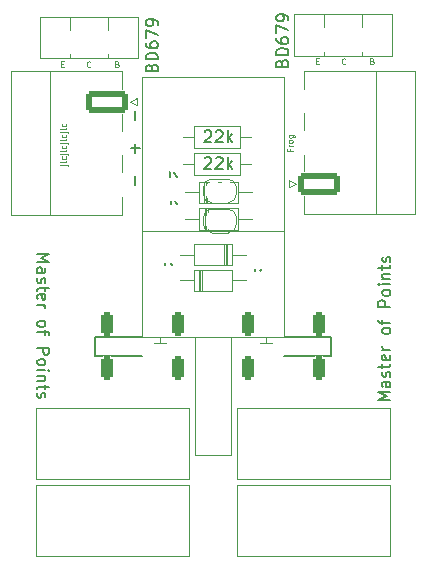
<source format=gbr>
%TF.GenerationSoftware,KiCad,Pcbnew,8.0.8*%
%TF.CreationDate,2025-01-30T22:26:20+01:00*%
%TF.ProjectId,pointMotor,706f696e-744d-46f7-946f-722e6b696361,rev?*%
%TF.SameCoordinates,Original*%
%TF.FileFunction,Legend,Top*%
%TF.FilePolarity,Positive*%
%FSLAX46Y46*%
G04 Gerber Fmt 4.6, Leading zero omitted, Abs format (unit mm)*
G04 Created by KiCad (PCBNEW 8.0.8) date 2025-01-30 22:26:20*
%MOMM*%
%LPD*%
G01*
G04 APERTURE LIST*
G04 Aperture macros list*
%AMRoundRect*
0 Rectangle with rounded corners*
0 $1 Rounding radius*
0 $2 $3 $4 $5 $6 $7 $8 $9 X,Y pos of 4 corners*
0 Add a 4 corners polygon primitive as box body*
4,1,4,$2,$3,$4,$5,$6,$7,$8,$9,$2,$3,0*
0 Add four circle primitives for the rounded corners*
1,1,$1+$1,$2,$3*
1,1,$1+$1,$4,$5*
1,1,$1+$1,$6,$7*
1,1,$1+$1,$8,$9*
0 Add four rect primitives between the rounded corners*
20,1,$1+$1,$2,$3,$4,$5,0*
20,1,$1+$1,$4,$5,$6,$7,0*
20,1,$1+$1,$6,$7,$8,$9,0*
20,1,$1+$1,$8,$9,$2,$3,0*%
%AMFreePoly0*
4,1,19,0.500000,-0.750000,0.000000,-0.750000,0.000000,-0.744911,-0.071157,-0.744911,-0.207708,-0.704816,-0.327430,-0.627875,-0.420627,-0.520320,-0.479746,-0.390866,-0.500000,-0.250000,-0.500000,0.250000,-0.479746,0.390866,-0.420627,0.520320,-0.327430,0.627875,-0.207708,0.704816,-0.071157,0.744911,0.000000,0.744911,0.000000,0.750000,0.500000,0.750000,0.500000,-0.750000,0.500000,-0.750000,
$1*%
%AMFreePoly1*
4,1,19,0.000000,0.744911,0.071157,0.744911,0.207708,0.704816,0.327430,0.627875,0.420627,0.520320,0.479746,0.390866,0.500000,0.250000,0.500000,-0.250000,0.479746,-0.390866,0.420627,-0.520320,0.327430,-0.627875,0.207708,-0.704816,0.071157,-0.744911,0.000000,-0.744911,0.000000,-0.750000,-0.500000,-0.750000,-0.500000,0.750000,0.000000,0.750000,0.000000,0.744911,0.000000,0.744911,
$1*%
G04 Aperture macros list end*
%ADD10C,0.075000*%
%ADD11C,0.150000*%
%ADD12C,0.120000*%
%ADD13C,0.100000*%
%ADD14RoundRect,0.250000X-1.550000X0.650000X-1.550000X-0.650000X1.550000X-0.650000X1.550000X0.650000X0*%
%ADD15O,3.600000X1.800000*%
%ADD16FreePoly0,180.000000*%
%ADD17FreePoly1,180.000000*%
%ADD18RoundRect,0.250000X1.550000X-0.650000X1.550000X0.650000X-1.550000X0.650000X-1.550000X-0.650000X0*%
%ADD19R,1.500000X1.500000*%
%ADD20O,1.500000X1.500000*%
%ADD21R,1.710000X1.800000*%
%ADD22O,1.710000X1.800000*%
%ADD23R,2.000000X4.000000*%
%ADD24RoundRect,0.250000X-0.250000X-0.750000X0.250000X-0.750000X0.250000X0.750000X-0.250000X0.750000X0*%
%ADD25C,3.200000*%
%ADD26C,1.524000*%
%ADD27C,1.400000*%
%ADD28O,1.400000X1.400000*%
G04 APERTURE END LIST*
D10*
X103233576Y-84413610D02*
X103662147Y-84413610D01*
X103662147Y-84413610D02*
X103709766Y-84437419D01*
X103709766Y-84437419D02*
X103733576Y-84485038D01*
X103733576Y-84485038D02*
X103733576Y-84508848D01*
X103066909Y-84413610D02*
X103090719Y-84437419D01*
X103090719Y-84437419D02*
X103114528Y-84413610D01*
X103114528Y-84413610D02*
X103090719Y-84389800D01*
X103090719Y-84389800D02*
X103066909Y-84413610D01*
X103066909Y-84413610D02*
X103114528Y-84413610D01*
X103566909Y-84104086D02*
X103543100Y-84151705D01*
X103543100Y-84151705D02*
X103495480Y-84175515D01*
X103495480Y-84175515D02*
X103066909Y-84175515D01*
X103543100Y-83699324D02*
X103566909Y-83746943D01*
X103566909Y-83746943D02*
X103566909Y-83842181D01*
X103566909Y-83842181D02*
X103543100Y-83889800D01*
X103543100Y-83889800D02*
X103519290Y-83913610D01*
X103519290Y-83913610D02*
X103471671Y-83937419D01*
X103471671Y-83937419D02*
X103328814Y-83937419D01*
X103328814Y-83937419D02*
X103281195Y-83913610D01*
X103281195Y-83913610D02*
X103257385Y-83889800D01*
X103257385Y-83889800D02*
X103233576Y-83842181D01*
X103233576Y-83842181D02*
X103233576Y-83746943D01*
X103233576Y-83746943D02*
X103257385Y-83699324D01*
X103233576Y-83485039D02*
X103662147Y-83485039D01*
X103662147Y-83485039D02*
X103709766Y-83508848D01*
X103709766Y-83508848D02*
X103733576Y-83556467D01*
X103733576Y-83556467D02*
X103733576Y-83580277D01*
X103066909Y-83485039D02*
X103090719Y-83508848D01*
X103090719Y-83508848D02*
X103114528Y-83485039D01*
X103114528Y-83485039D02*
X103090719Y-83461229D01*
X103090719Y-83461229D02*
X103066909Y-83485039D01*
X103066909Y-83485039D02*
X103114528Y-83485039D01*
X103566909Y-83175515D02*
X103543100Y-83223134D01*
X103543100Y-83223134D02*
X103495480Y-83246944D01*
X103495480Y-83246944D02*
X103066909Y-83246944D01*
X103543100Y-82770753D02*
X103566909Y-82818372D01*
X103566909Y-82818372D02*
X103566909Y-82913610D01*
X103566909Y-82913610D02*
X103543100Y-82961229D01*
X103543100Y-82961229D02*
X103519290Y-82985039D01*
X103519290Y-82985039D02*
X103471671Y-83008848D01*
X103471671Y-83008848D02*
X103328814Y-83008848D01*
X103328814Y-83008848D02*
X103281195Y-82985039D01*
X103281195Y-82985039D02*
X103257385Y-82961229D01*
X103257385Y-82961229D02*
X103233576Y-82913610D01*
X103233576Y-82913610D02*
X103233576Y-82818372D01*
X103233576Y-82818372D02*
X103257385Y-82770753D01*
X103233576Y-82556468D02*
X103662147Y-82556468D01*
X103662147Y-82556468D02*
X103709766Y-82580277D01*
X103709766Y-82580277D02*
X103733576Y-82627896D01*
X103733576Y-82627896D02*
X103733576Y-82651706D01*
X103066909Y-82556468D02*
X103090719Y-82580277D01*
X103090719Y-82580277D02*
X103114528Y-82556468D01*
X103114528Y-82556468D02*
X103090719Y-82532658D01*
X103090719Y-82532658D02*
X103066909Y-82556468D01*
X103066909Y-82556468D02*
X103114528Y-82556468D01*
X103566909Y-82246944D02*
X103543100Y-82294563D01*
X103543100Y-82294563D02*
X103495480Y-82318373D01*
X103495480Y-82318373D02*
X103066909Y-82318373D01*
X103543100Y-81842182D02*
X103566909Y-81889801D01*
X103566909Y-81889801D02*
X103566909Y-81985039D01*
X103566909Y-81985039D02*
X103543100Y-82032658D01*
X103543100Y-82032658D02*
X103519290Y-82056468D01*
X103519290Y-82056468D02*
X103471671Y-82080277D01*
X103471671Y-82080277D02*
X103328814Y-82080277D01*
X103328814Y-82080277D02*
X103281195Y-82056468D01*
X103281195Y-82056468D02*
X103257385Y-82032658D01*
X103257385Y-82032658D02*
X103233576Y-81985039D01*
X103233576Y-81985039D02*
X103233576Y-81889801D01*
X103233576Y-81889801D02*
X103257385Y-81842182D01*
X103233576Y-81627897D02*
X103662147Y-81627897D01*
X103662147Y-81627897D02*
X103709766Y-81651706D01*
X103709766Y-81651706D02*
X103733576Y-81699325D01*
X103733576Y-81699325D02*
X103733576Y-81723135D01*
X103066909Y-81627897D02*
X103090719Y-81651706D01*
X103090719Y-81651706D02*
X103114528Y-81627897D01*
X103114528Y-81627897D02*
X103090719Y-81604087D01*
X103090719Y-81604087D02*
X103066909Y-81627897D01*
X103066909Y-81627897D02*
X103114528Y-81627897D01*
X103566909Y-81318373D02*
X103543100Y-81365992D01*
X103543100Y-81365992D02*
X103495480Y-81389802D01*
X103495480Y-81389802D02*
X103066909Y-81389802D01*
X103543100Y-80913611D02*
X103566909Y-80961230D01*
X103566909Y-80961230D02*
X103566909Y-81056468D01*
X103566909Y-81056468D02*
X103543100Y-81104087D01*
X103543100Y-81104087D02*
X103519290Y-81127897D01*
X103519290Y-81127897D02*
X103471671Y-81151706D01*
X103471671Y-81151706D02*
X103328814Y-81151706D01*
X103328814Y-81151706D02*
X103281195Y-81127897D01*
X103281195Y-81127897D02*
X103257385Y-81104087D01*
X103257385Y-81104087D02*
X103233576Y-81056468D01*
X103233576Y-81056468D02*
X103233576Y-80961230D01*
X103233576Y-80961230D02*
X103257385Y-80913611D01*
X124755389Y-75619004D02*
X124922056Y-75619004D01*
X124993484Y-75880909D02*
X124755389Y-75880909D01*
X124755389Y-75880909D02*
X124755389Y-75380909D01*
X124755389Y-75380909D02*
X124993484Y-75380909D01*
D11*
X101145180Y-91996380D02*
X102145180Y-91996380D01*
X102145180Y-91996380D02*
X101430895Y-92329713D01*
X101430895Y-92329713D02*
X102145180Y-92663046D01*
X102145180Y-92663046D02*
X101145180Y-92663046D01*
X101145180Y-93567808D02*
X101668990Y-93567808D01*
X101668990Y-93567808D02*
X101764228Y-93520189D01*
X101764228Y-93520189D02*
X101811847Y-93424951D01*
X101811847Y-93424951D02*
X101811847Y-93234475D01*
X101811847Y-93234475D02*
X101764228Y-93139237D01*
X101192800Y-93567808D02*
X101145180Y-93472570D01*
X101145180Y-93472570D02*
X101145180Y-93234475D01*
X101145180Y-93234475D02*
X101192800Y-93139237D01*
X101192800Y-93139237D02*
X101288038Y-93091618D01*
X101288038Y-93091618D02*
X101383276Y-93091618D01*
X101383276Y-93091618D02*
X101478514Y-93139237D01*
X101478514Y-93139237D02*
X101526133Y-93234475D01*
X101526133Y-93234475D02*
X101526133Y-93472570D01*
X101526133Y-93472570D02*
X101573752Y-93567808D01*
X101192800Y-93996380D02*
X101145180Y-94091618D01*
X101145180Y-94091618D02*
X101145180Y-94282094D01*
X101145180Y-94282094D02*
X101192800Y-94377332D01*
X101192800Y-94377332D02*
X101288038Y-94424951D01*
X101288038Y-94424951D02*
X101335657Y-94424951D01*
X101335657Y-94424951D02*
X101430895Y-94377332D01*
X101430895Y-94377332D02*
X101478514Y-94282094D01*
X101478514Y-94282094D02*
X101478514Y-94139237D01*
X101478514Y-94139237D02*
X101526133Y-94043999D01*
X101526133Y-94043999D02*
X101621371Y-93996380D01*
X101621371Y-93996380D02*
X101668990Y-93996380D01*
X101668990Y-93996380D02*
X101764228Y-94043999D01*
X101764228Y-94043999D02*
X101811847Y-94139237D01*
X101811847Y-94139237D02*
X101811847Y-94282094D01*
X101811847Y-94282094D02*
X101764228Y-94377332D01*
X101811847Y-94710666D02*
X101811847Y-95091618D01*
X102145180Y-94853523D02*
X101288038Y-94853523D01*
X101288038Y-94853523D02*
X101192800Y-94901142D01*
X101192800Y-94901142D02*
X101145180Y-94996380D01*
X101145180Y-94996380D02*
X101145180Y-95091618D01*
X101192800Y-95805904D02*
X101145180Y-95710666D01*
X101145180Y-95710666D02*
X101145180Y-95520190D01*
X101145180Y-95520190D02*
X101192800Y-95424952D01*
X101192800Y-95424952D02*
X101288038Y-95377333D01*
X101288038Y-95377333D02*
X101668990Y-95377333D01*
X101668990Y-95377333D02*
X101764228Y-95424952D01*
X101764228Y-95424952D02*
X101811847Y-95520190D01*
X101811847Y-95520190D02*
X101811847Y-95710666D01*
X101811847Y-95710666D02*
X101764228Y-95805904D01*
X101764228Y-95805904D02*
X101668990Y-95853523D01*
X101668990Y-95853523D02*
X101573752Y-95853523D01*
X101573752Y-95853523D02*
X101478514Y-95377333D01*
X101145180Y-96282095D02*
X101811847Y-96282095D01*
X101621371Y-96282095D02*
X101716609Y-96329714D01*
X101716609Y-96329714D02*
X101764228Y-96377333D01*
X101764228Y-96377333D02*
X101811847Y-96472571D01*
X101811847Y-96472571D02*
X101811847Y-96567809D01*
X101145180Y-97805905D02*
X101192800Y-97710667D01*
X101192800Y-97710667D02*
X101240419Y-97663048D01*
X101240419Y-97663048D02*
X101335657Y-97615429D01*
X101335657Y-97615429D02*
X101621371Y-97615429D01*
X101621371Y-97615429D02*
X101716609Y-97663048D01*
X101716609Y-97663048D02*
X101764228Y-97710667D01*
X101764228Y-97710667D02*
X101811847Y-97805905D01*
X101811847Y-97805905D02*
X101811847Y-97948762D01*
X101811847Y-97948762D02*
X101764228Y-98044000D01*
X101764228Y-98044000D02*
X101716609Y-98091619D01*
X101716609Y-98091619D02*
X101621371Y-98139238D01*
X101621371Y-98139238D02*
X101335657Y-98139238D01*
X101335657Y-98139238D02*
X101240419Y-98091619D01*
X101240419Y-98091619D02*
X101192800Y-98044000D01*
X101192800Y-98044000D02*
X101145180Y-97948762D01*
X101145180Y-97948762D02*
X101145180Y-97805905D01*
X101811847Y-98424953D02*
X101811847Y-98805905D01*
X101145180Y-98567810D02*
X102002323Y-98567810D01*
X102002323Y-98567810D02*
X102097561Y-98615429D01*
X102097561Y-98615429D02*
X102145180Y-98710667D01*
X102145180Y-98710667D02*
X102145180Y-98805905D01*
X101145180Y-99901144D02*
X102145180Y-99901144D01*
X102145180Y-99901144D02*
X102145180Y-100282096D01*
X102145180Y-100282096D02*
X102097561Y-100377334D01*
X102097561Y-100377334D02*
X102049942Y-100424953D01*
X102049942Y-100424953D02*
X101954704Y-100472572D01*
X101954704Y-100472572D02*
X101811847Y-100472572D01*
X101811847Y-100472572D02*
X101716609Y-100424953D01*
X101716609Y-100424953D02*
X101668990Y-100377334D01*
X101668990Y-100377334D02*
X101621371Y-100282096D01*
X101621371Y-100282096D02*
X101621371Y-99901144D01*
X101145180Y-101044001D02*
X101192800Y-100948763D01*
X101192800Y-100948763D02*
X101240419Y-100901144D01*
X101240419Y-100901144D02*
X101335657Y-100853525D01*
X101335657Y-100853525D02*
X101621371Y-100853525D01*
X101621371Y-100853525D02*
X101716609Y-100901144D01*
X101716609Y-100901144D02*
X101764228Y-100948763D01*
X101764228Y-100948763D02*
X101811847Y-101044001D01*
X101811847Y-101044001D02*
X101811847Y-101186858D01*
X101811847Y-101186858D02*
X101764228Y-101282096D01*
X101764228Y-101282096D02*
X101716609Y-101329715D01*
X101716609Y-101329715D02*
X101621371Y-101377334D01*
X101621371Y-101377334D02*
X101335657Y-101377334D01*
X101335657Y-101377334D02*
X101240419Y-101329715D01*
X101240419Y-101329715D02*
X101192800Y-101282096D01*
X101192800Y-101282096D02*
X101145180Y-101186858D01*
X101145180Y-101186858D02*
X101145180Y-101044001D01*
X101145180Y-101805906D02*
X101811847Y-101805906D01*
X102145180Y-101805906D02*
X102097561Y-101758287D01*
X102097561Y-101758287D02*
X102049942Y-101805906D01*
X102049942Y-101805906D02*
X102097561Y-101853525D01*
X102097561Y-101853525D02*
X102145180Y-101805906D01*
X102145180Y-101805906D02*
X102049942Y-101805906D01*
X101811847Y-102282096D02*
X101145180Y-102282096D01*
X101716609Y-102282096D02*
X101764228Y-102329715D01*
X101764228Y-102329715D02*
X101811847Y-102424953D01*
X101811847Y-102424953D02*
X101811847Y-102567810D01*
X101811847Y-102567810D02*
X101764228Y-102663048D01*
X101764228Y-102663048D02*
X101668990Y-102710667D01*
X101668990Y-102710667D02*
X101145180Y-102710667D01*
X101811847Y-103044001D02*
X101811847Y-103424953D01*
X102145180Y-103186858D02*
X101288038Y-103186858D01*
X101288038Y-103186858D02*
X101192800Y-103234477D01*
X101192800Y-103234477D02*
X101145180Y-103329715D01*
X101145180Y-103329715D02*
X101145180Y-103424953D01*
X101192800Y-103710668D02*
X101145180Y-103805906D01*
X101145180Y-103805906D02*
X101145180Y-103996382D01*
X101145180Y-103996382D02*
X101192800Y-104091620D01*
X101192800Y-104091620D02*
X101288038Y-104139239D01*
X101288038Y-104139239D02*
X101335657Y-104139239D01*
X101335657Y-104139239D02*
X101430895Y-104091620D01*
X101430895Y-104091620D02*
X101478514Y-103996382D01*
X101478514Y-103996382D02*
X101478514Y-103853525D01*
X101478514Y-103853525D02*
X101526133Y-103758287D01*
X101526133Y-103758287D02*
X101621371Y-103710668D01*
X101621371Y-103710668D02*
X101668990Y-103710668D01*
X101668990Y-103710668D02*
X101764228Y-103758287D01*
X101764228Y-103758287D02*
X101811847Y-103853525D01*
X101811847Y-103853525D02*
X101811847Y-103996382D01*
X101811847Y-103996382D02*
X101764228Y-104091620D01*
D10*
X103165389Y-75873004D02*
X103332056Y-75873004D01*
X103403484Y-76134909D02*
X103165389Y-76134909D01*
X103165389Y-76134909D02*
X103165389Y-75634909D01*
X103165389Y-75634909D02*
X103403484Y-75634909D01*
D11*
X109426133Y-79857143D02*
X109426133Y-80619048D01*
X109426133Y-82619048D02*
X109426133Y-83380953D01*
X109045180Y-83000000D02*
X109807085Y-83000000D01*
X109426133Y-85380953D02*
X109426133Y-86142858D01*
D10*
X107904056Y-75873004D02*
X107975484Y-75896814D01*
X107975484Y-75896814D02*
X107999294Y-75920623D01*
X107999294Y-75920623D02*
X108023103Y-75968242D01*
X108023103Y-75968242D02*
X108023103Y-76039671D01*
X108023103Y-76039671D02*
X107999294Y-76087290D01*
X107999294Y-76087290D02*
X107975484Y-76111100D01*
X107975484Y-76111100D02*
X107927865Y-76134909D01*
X107927865Y-76134909D02*
X107737389Y-76134909D01*
X107737389Y-76134909D02*
X107737389Y-75634909D01*
X107737389Y-75634909D02*
X107904056Y-75634909D01*
X107904056Y-75634909D02*
X107951675Y-75658719D01*
X107951675Y-75658719D02*
X107975484Y-75682528D01*
X107975484Y-75682528D02*
X107999294Y-75730147D01*
X107999294Y-75730147D02*
X107999294Y-75777766D01*
X107999294Y-75777766D02*
X107975484Y-75825385D01*
X107975484Y-75825385D02*
X107951675Y-75849195D01*
X107951675Y-75849195D02*
X107904056Y-75873004D01*
X107904056Y-75873004D02*
X107737389Y-75873004D01*
X122482004Y-83103943D02*
X122482004Y-83270610D01*
X122743909Y-83270610D02*
X122243909Y-83270610D01*
X122243909Y-83270610D02*
X122243909Y-83032515D01*
X122743909Y-82842039D02*
X122410576Y-82842039D01*
X122505814Y-82842039D02*
X122458195Y-82818229D01*
X122458195Y-82818229D02*
X122434385Y-82794420D01*
X122434385Y-82794420D02*
X122410576Y-82746801D01*
X122410576Y-82746801D02*
X122410576Y-82699182D01*
X122743909Y-82461086D02*
X122720100Y-82508705D01*
X122720100Y-82508705D02*
X122696290Y-82532515D01*
X122696290Y-82532515D02*
X122648671Y-82556324D01*
X122648671Y-82556324D02*
X122505814Y-82556324D01*
X122505814Y-82556324D02*
X122458195Y-82532515D01*
X122458195Y-82532515D02*
X122434385Y-82508705D01*
X122434385Y-82508705D02*
X122410576Y-82461086D01*
X122410576Y-82461086D02*
X122410576Y-82389658D01*
X122410576Y-82389658D02*
X122434385Y-82342039D01*
X122434385Y-82342039D02*
X122458195Y-82318229D01*
X122458195Y-82318229D02*
X122505814Y-82294420D01*
X122505814Y-82294420D02*
X122648671Y-82294420D01*
X122648671Y-82294420D02*
X122696290Y-82318229D01*
X122696290Y-82318229D02*
X122720100Y-82342039D01*
X122720100Y-82342039D02*
X122743909Y-82389658D01*
X122743909Y-82389658D02*
X122743909Y-82461086D01*
X122410576Y-81865848D02*
X122815338Y-81865848D01*
X122815338Y-81865848D02*
X122862957Y-81889658D01*
X122862957Y-81889658D02*
X122886766Y-81913467D01*
X122886766Y-81913467D02*
X122910576Y-81961086D01*
X122910576Y-81961086D02*
X122910576Y-82032515D01*
X122910576Y-82032515D02*
X122886766Y-82080134D01*
X122720100Y-81865848D02*
X122743909Y-81913467D01*
X122743909Y-81913467D02*
X122743909Y-82008705D01*
X122743909Y-82008705D02*
X122720100Y-82056324D01*
X122720100Y-82056324D02*
X122696290Y-82080134D01*
X122696290Y-82080134D02*
X122648671Y-82103943D01*
X122648671Y-82103943D02*
X122505814Y-82103943D01*
X122505814Y-82103943D02*
X122458195Y-82080134D01*
X122458195Y-82080134D02*
X122434385Y-82056324D01*
X122434385Y-82056324D02*
X122410576Y-82008705D01*
X122410576Y-82008705D02*
X122410576Y-81913467D01*
X122410576Y-81913467D02*
X122434385Y-81865848D01*
X127200103Y-75833290D02*
X127176294Y-75857100D01*
X127176294Y-75857100D02*
X127104865Y-75880909D01*
X127104865Y-75880909D02*
X127057246Y-75880909D01*
X127057246Y-75880909D02*
X126985818Y-75857100D01*
X126985818Y-75857100D02*
X126938199Y-75809480D01*
X126938199Y-75809480D02*
X126914389Y-75761861D01*
X126914389Y-75761861D02*
X126890580Y-75666623D01*
X126890580Y-75666623D02*
X126890580Y-75595195D01*
X126890580Y-75595195D02*
X126914389Y-75499957D01*
X126914389Y-75499957D02*
X126938199Y-75452338D01*
X126938199Y-75452338D02*
X126985818Y-75404719D01*
X126985818Y-75404719D02*
X127057246Y-75380909D01*
X127057246Y-75380909D02*
X127104865Y-75380909D01*
X127104865Y-75380909D02*
X127176294Y-75404719D01*
X127176294Y-75404719D02*
X127200103Y-75428528D01*
X105610103Y-76087290D02*
X105586294Y-76111100D01*
X105586294Y-76111100D02*
X105514865Y-76134909D01*
X105514865Y-76134909D02*
X105467246Y-76134909D01*
X105467246Y-76134909D02*
X105395818Y-76111100D01*
X105395818Y-76111100D02*
X105348199Y-76063480D01*
X105348199Y-76063480D02*
X105324389Y-76015861D01*
X105324389Y-76015861D02*
X105300580Y-75920623D01*
X105300580Y-75920623D02*
X105300580Y-75849195D01*
X105300580Y-75849195D02*
X105324389Y-75753957D01*
X105324389Y-75753957D02*
X105348199Y-75706338D01*
X105348199Y-75706338D02*
X105395818Y-75658719D01*
X105395818Y-75658719D02*
X105467246Y-75634909D01*
X105467246Y-75634909D02*
X105514865Y-75634909D01*
X105514865Y-75634909D02*
X105586294Y-75658719D01*
X105586294Y-75658719D02*
X105610103Y-75682528D01*
X129494056Y-75619004D02*
X129565484Y-75642814D01*
X129565484Y-75642814D02*
X129589294Y-75666623D01*
X129589294Y-75666623D02*
X129613103Y-75714242D01*
X129613103Y-75714242D02*
X129613103Y-75785671D01*
X129613103Y-75785671D02*
X129589294Y-75833290D01*
X129589294Y-75833290D02*
X129565484Y-75857100D01*
X129565484Y-75857100D02*
X129517865Y-75880909D01*
X129517865Y-75880909D02*
X129327389Y-75880909D01*
X129327389Y-75880909D02*
X129327389Y-75380909D01*
X129327389Y-75380909D02*
X129494056Y-75380909D01*
X129494056Y-75380909D02*
X129541675Y-75404719D01*
X129541675Y-75404719D02*
X129565484Y-75428528D01*
X129565484Y-75428528D02*
X129589294Y-75476147D01*
X129589294Y-75476147D02*
X129589294Y-75523766D01*
X129589294Y-75523766D02*
X129565484Y-75571385D01*
X129565484Y-75571385D02*
X129541675Y-75595195D01*
X129541675Y-75595195D02*
X129494056Y-75619004D01*
X129494056Y-75619004D02*
X129327389Y-75619004D01*
D11*
X131010819Y-104345619D02*
X130010819Y-104345619D01*
X130010819Y-104345619D02*
X130725104Y-104012286D01*
X130725104Y-104012286D02*
X130010819Y-103678953D01*
X130010819Y-103678953D02*
X131010819Y-103678953D01*
X131010819Y-102774191D02*
X130487009Y-102774191D01*
X130487009Y-102774191D02*
X130391771Y-102821810D01*
X130391771Y-102821810D02*
X130344152Y-102917048D01*
X130344152Y-102917048D02*
X130344152Y-103107524D01*
X130344152Y-103107524D02*
X130391771Y-103202762D01*
X130963200Y-102774191D02*
X131010819Y-102869429D01*
X131010819Y-102869429D02*
X131010819Y-103107524D01*
X131010819Y-103107524D02*
X130963200Y-103202762D01*
X130963200Y-103202762D02*
X130867961Y-103250381D01*
X130867961Y-103250381D02*
X130772723Y-103250381D01*
X130772723Y-103250381D02*
X130677485Y-103202762D01*
X130677485Y-103202762D02*
X130629866Y-103107524D01*
X130629866Y-103107524D02*
X130629866Y-102869429D01*
X130629866Y-102869429D02*
X130582247Y-102774191D01*
X130963200Y-102345619D02*
X131010819Y-102250381D01*
X131010819Y-102250381D02*
X131010819Y-102059905D01*
X131010819Y-102059905D02*
X130963200Y-101964667D01*
X130963200Y-101964667D02*
X130867961Y-101917048D01*
X130867961Y-101917048D02*
X130820342Y-101917048D01*
X130820342Y-101917048D02*
X130725104Y-101964667D01*
X130725104Y-101964667D02*
X130677485Y-102059905D01*
X130677485Y-102059905D02*
X130677485Y-102202762D01*
X130677485Y-102202762D02*
X130629866Y-102298000D01*
X130629866Y-102298000D02*
X130534628Y-102345619D01*
X130534628Y-102345619D02*
X130487009Y-102345619D01*
X130487009Y-102345619D02*
X130391771Y-102298000D01*
X130391771Y-102298000D02*
X130344152Y-102202762D01*
X130344152Y-102202762D02*
X130344152Y-102059905D01*
X130344152Y-102059905D02*
X130391771Y-101964667D01*
X130344152Y-101631333D02*
X130344152Y-101250381D01*
X130010819Y-101488476D02*
X130867961Y-101488476D01*
X130867961Y-101488476D02*
X130963200Y-101440857D01*
X130963200Y-101440857D02*
X131010819Y-101345619D01*
X131010819Y-101345619D02*
X131010819Y-101250381D01*
X130963200Y-100536095D02*
X131010819Y-100631333D01*
X131010819Y-100631333D02*
X131010819Y-100821809D01*
X131010819Y-100821809D02*
X130963200Y-100917047D01*
X130963200Y-100917047D02*
X130867961Y-100964666D01*
X130867961Y-100964666D02*
X130487009Y-100964666D01*
X130487009Y-100964666D02*
X130391771Y-100917047D01*
X130391771Y-100917047D02*
X130344152Y-100821809D01*
X130344152Y-100821809D02*
X130344152Y-100631333D01*
X130344152Y-100631333D02*
X130391771Y-100536095D01*
X130391771Y-100536095D02*
X130487009Y-100488476D01*
X130487009Y-100488476D02*
X130582247Y-100488476D01*
X130582247Y-100488476D02*
X130677485Y-100964666D01*
X131010819Y-100059904D02*
X130344152Y-100059904D01*
X130534628Y-100059904D02*
X130439390Y-100012285D01*
X130439390Y-100012285D02*
X130391771Y-99964666D01*
X130391771Y-99964666D02*
X130344152Y-99869428D01*
X130344152Y-99869428D02*
X130344152Y-99774190D01*
X131010819Y-98536094D02*
X130963200Y-98631332D01*
X130963200Y-98631332D02*
X130915580Y-98678951D01*
X130915580Y-98678951D02*
X130820342Y-98726570D01*
X130820342Y-98726570D02*
X130534628Y-98726570D01*
X130534628Y-98726570D02*
X130439390Y-98678951D01*
X130439390Y-98678951D02*
X130391771Y-98631332D01*
X130391771Y-98631332D02*
X130344152Y-98536094D01*
X130344152Y-98536094D02*
X130344152Y-98393237D01*
X130344152Y-98393237D02*
X130391771Y-98297999D01*
X130391771Y-98297999D02*
X130439390Y-98250380D01*
X130439390Y-98250380D02*
X130534628Y-98202761D01*
X130534628Y-98202761D02*
X130820342Y-98202761D01*
X130820342Y-98202761D02*
X130915580Y-98250380D01*
X130915580Y-98250380D02*
X130963200Y-98297999D01*
X130963200Y-98297999D02*
X131010819Y-98393237D01*
X131010819Y-98393237D02*
X131010819Y-98536094D01*
X130344152Y-97917046D02*
X130344152Y-97536094D01*
X131010819Y-97774189D02*
X130153676Y-97774189D01*
X130153676Y-97774189D02*
X130058438Y-97726570D01*
X130058438Y-97726570D02*
X130010819Y-97631332D01*
X130010819Y-97631332D02*
X130010819Y-97536094D01*
X131010819Y-96440855D02*
X130010819Y-96440855D01*
X130010819Y-96440855D02*
X130010819Y-96059903D01*
X130010819Y-96059903D02*
X130058438Y-95964665D01*
X130058438Y-95964665D02*
X130106057Y-95917046D01*
X130106057Y-95917046D02*
X130201295Y-95869427D01*
X130201295Y-95869427D02*
X130344152Y-95869427D01*
X130344152Y-95869427D02*
X130439390Y-95917046D01*
X130439390Y-95917046D02*
X130487009Y-95964665D01*
X130487009Y-95964665D02*
X130534628Y-96059903D01*
X130534628Y-96059903D02*
X130534628Y-96440855D01*
X131010819Y-95297998D02*
X130963200Y-95393236D01*
X130963200Y-95393236D02*
X130915580Y-95440855D01*
X130915580Y-95440855D02*
X130820342Y-95488474D01*
X130820342Y-95488474D02*
X130534628Y-95488474D01*
X130534628Y-95488474D02*
X130439390Y-95440855D01*
X130439390Y-95440855D02*
X130391771Y-95393236D01*
X130391771Y-95393236D02*
X130344152Y-95297998D01*
X130344152Y-95297998D02*
X130344152Y-95155141D01*
X130344152Y-95155141D02*
X130391771Y-95059903D01*
X130391771Y-95059903D02*
X130439390Y-95012284D01*
X130439390Y-95012284D02*
X130534628Y-94964665D01*
X130534628Y-94964665D02*
X130820342Y-94964665D01*
X130820342Y-94964665D02*
X130915580Y-95012284D01*
X130915580Y-95012284D02*
X130963200Y-95059903D01*
X130963200Y-95059903D02*
X131010819Y-95155141D01*
X131010819Y-95155141D02*
X131010819Y-95297998D01*
X131010819Y-94536093D02*
X130344152Y-94536093D01*
X130010819Y-94536093D02*
X130058438Y-94583712D01*
X130058438Y-94583712D02*
X130106057Y-94536093D01*
X130106057Y-94536093D02*
X130058438Y-94488474D01*
X130058438Y-94488474D02*
X130010819Y-94536093D01*
X130010819Y-94536093D02*
X130106057Y-94536093D01*
X130344152Y-94059903D02*
X131010819Y-94059903D01*
X130439390Y-94059903D02*
X130391771Y-94012284D01*
X130391771Y-94012284D02*
X130344152Y-93917046D01*
X130344152Y-93917046D02*
X130344152Y-93774189D01*
X130344152Y-93774189D02*
X130391771Y-93678951D01*
X130391771Y-93678951D02*
X130487009Y-93631332D01*
X130487009Y-93631332D02*
X131010819Y-93631332D01*
X130344152Y-93297998D02*
X130344152Y-92917046D01*
X130010819Y-93155141D02*
X130867961Y-93155141D01*
X130867961Y-93155141D02*
X130963200Y-93107522D01*
X130963200Y-93107522D02*
X131010819Y-93012284D01*
X131010819Y-93012284D02*
X131010819Y-92917046D01*
X130963200Y-92631331D02*
X131010819Y-92536093D01*
X131010819Y-92536093D02*
X131010819Y-92345617D01*
X131010819Y-92345617D02*
X130963200Y-92250379D01*
X130963200Y-92250379D02*
X130867961Y-92202760D01*
X130867961Y-92202760D02*
X130820342Y-92202760D01*
X130820342Y-92202760D02*
X130725104Y-92250379D01*
X130725104Y-92250379D02*
X130677485Y-92345617D01*
X130677485Y-92345617D02*
X130677485Y-92488474D01*
X130677485Y-92488474D02*
X130629866Y-92583712D01*
X130629866Y-92583712D02*
X130534628Y-92631331D01*
X130534628Y-92631331D02*
X130487009Y-92631331D01*
X130487009Y-92631331D02*
X130391771Y-92583712D01*
X130391771Y-92583712D02*
X130344152Y-92488474D01*
X130344152Y-92488474D02*
X130344152Y-92345617D01*
X130344152Y-92345617D02*
X130391771Y-92250379D01*
X119553095Y-94204819D02*
X119553095Y-93204819D01*
X120124523Y-94204819D02*
X119695952Y-93633390D01*
X120124523Y-93204819D02*
X119553095Y-93776247D01*
X121851009Y-75771142D02*
X121898628Y-75628285D01*
X121898628Y-75628285D02*
X121946247Y-75580666D01*
X121946247Y-75580666D02*
X122041485Y-75533047D01*
X122041485Y-75533047D02*
X122184342Y-75533047D01*
X122184342Y-75533047D02*
X122279580Y-75580666D01*
X122279580Y-75580666D02*
X122327200Y-75628285D01*
X122327200Y-75628285D02*
X122374819Y-75723523D01*
X122374819Y-75723523D02*
X122374819Y-76104475D01*
X122374819Y-76104475D02*
X121374819Y-76104475D01*
X121374819Y-76104475D02*
X121374819Y-75771142D01*
X121374819Y-75771142D02*
X121422438Y-75675904D01*
X121422438Y-75675904D02*
X121470057Y-75628285D01*
X121470057Y-75628285D02*
X121565295Y-75580666D01*
X121565295Y-75580666D02*
X121660533Y-75580666D01*
X121660533Y-75580666D02*
X121755771Y-75628285D01*
X121755771Y-75628285D02*
X121803390Y-75675904D01*
X121803390Y-75675904D02*
X121851009Y-75771142D01*
X121851009Y-75771142D02*
X121851009Y-76104475D01*
X122374819Y-75104475D02*
X121374819Y-75104475D01*
X121374819Y-75104475D02*
X121374819Y-74866380D01*
X121374819Y-74866380D02*
X121422438Y-74723523D01*
X121422438Y-74723523D02*
X121517676Y-74628285D01*
X121517676Y-74628285D02*
X121612914Y-74580666D01*
X121612914Y-74580666D02*
X121803390Y-74533047D01*
X121803390Y-74533047D02*
X121946247Y-74533047D01*
X121946247Y-74533047D02*
X122136723Y-74580666D01*
X122136723Y-74580666D02*
X122231961Y-74628285D01*
X122231961Y-74628285D02*
X122327200Y-74723523D01*
X122327200Y-74723523D02*
X122374819Y-74866380D01*
X122374819Y-74866380D02*
X122374819Y-75104475D01*
X121374819Y-73675904D02*
X121374819Y-73866380D01*
X121374819Y-73866380D02*
X121422438Y-73961618D01*
X121422438Y-73961618D02*
X121470057Y-74009237D01*
X121470057Y-74009237D02*
X121612914Y-74104475D01*
X121612914Y-74104475D02*
X121803390Y-74152094D01*
X121803390Y-74152094D02*
X122184342Y-74152094D01*
X122184342Y-74152094D02*
X122279580Y-74104475D01*
X122279580Y-74104475D02*
X122327200Y-74056856D01*
X122327200Y-74056856D02*
X122374819Y-73961618D01*
X122374819Y-73961618D02*
X122374819Y-73771142D01*
X122374819Y-73771142D02*
X122327200Y-73675904D01*
X122327200Y-73675904D02*
X122279580Y-73628285D01*
X122279580Y-73628285D02*
X122184342Y-73580666D01*
X122184342Y-73580666D02*
X121946247Y-73580666D01*
X121946247Y-73580666D02*
X121851009Y-73628285D01*
X121851009Y-73628285D02*
X121803390Y-73675904D01*
X121803390Y-73675904D02*
X121755771Y-73771142D01*
X121755771Y-73771142D02*
X121755771Y-73961618D01*
X121755771Y-73961618D02*
X121803390Y-74056856D01*
X121803390Y-74056856D02*
X121851009Y-74104475D01*
X121851009Y-74104475D02*
X121946247Y-74152094D01*
X121374819Y-73247332D02*
X121374819Y-72580666D01*
X121374819Y-72580666D02*
X122374819Y-73009237D01*
X122374819Y-72152094D02*
X122374819Y-71961618D01*
X122374819Y-71961618D02*
X122327200Y-71866380D01*
X122327200Y-71866380D02*
X122279580Y-71818761D01*
X122279580Y-71818761D02*
X122136723Y-71723523D01*
X122136723Y-71723523D02*
X121946247Y-71675904D01*
X121946247Y-71675904D02*
X121565295Y-71675904D01*
X121565295Y-71675904D02*
X121470057Y-71723523D01*
X121470057Y-71723523D02*
X121422438Y-71771142D01*
X121422438Y-71771142D02*
X121374819Y-71866380D01*
X121374819Y-71866380D02*
X121374819Y-72056856D01*
X121374819Y-72056856D02*
X121422438Y-72152094D01*
X121422438Y-72152094D02*
X121470057Y-72199713D01*
X121470057Y-72199713D02*
X121565295Y-72247332D01*
X121565295Y-72247332D02*
X121803390Y-72247332D01*
X121803390Y-72247332D02*
X121898628Y-72199713D01*
X121898628Y-72199713D02*
X121946247Y-72152094D01*
X121946247Y-72152094D02*
X121993866Y-72056856D01*
X121993866Y-72056856D02*
X121993866Y-71866380D01*
X121993866Y-71866380D02*
X121946247Y-71771142D01*
X121946247Y-71771142D02*
X121898628Y-71723523D01*
X121898628Y-71723523D02*
X121803390Y-71675904D01*
X112382095Y-85445819D02*
X112382095Y-84445819D01*
X112953523Y-85445819D02*
X112524952Y-84874390D01*
X112953523Y-84445819D02*
X112382095Y-85017247D01*
X111923095Y-92893819D02*
X111923095Y-91893819D01*
X112494523Y-92893819D02*
X112065952Y-92322390D01*
X112494523Y-91893819D02*
X111923095Y-92465247D01*
X115292333Y-83853057D02*
X115339952Y-83805438D01*
X115339952Y-83805438D02*
X115435190Y-83757819D01*
X115435190Y-83757819D02*
X115673285Y-83757819D01*
X115673285Y-83757819D02*
X115768523Y-83805438D01*
X115768523Y-83805438D02*
X115816142Y-83853057D01*
X115816142Y-83853057D02*
X115863761Y-83948295D01*
X115863761Y-83948295D02*
X115863761Y-84043533D01*
X115863761Y-84043533D02*
X115816142Y-84186390D01*
X115816142Y-84186390D02*
X115244714Y-84757819D01*
X115244714Y-84757819D02*
X115863761Y-84757819D01*
X116244714Y-83853057D02*
X116292333Y-83805438D01*
X116292333Y-83805438D02*
X116387571Y-83757819D01*
X116387571Y-83757819D02*
X116625666Y-83757819D01*
X116625666Y-83757819D02*
X116720904Y-83805438D01*
X116720904Y-83805438D02*
X116768523Y-83853057D01*
X116768523Y-83853057D02*
X116816142Y-83948295D01*
X116816142Y-83948295D02*
X116816142Y-84043533D01*
X116816142Y-84043533D02*
X116768523Y-84186390D01*
X116768523Y-84186390D02*
X116197095Y-84757819D01*
X116197095Y-84757819D02*
X116816142Y-84757819D01*
X117244714Y-84757819D02*
X117244714Y-83757819D01*
X117339952Y-84376866D02*
X117625666Y-84757819D01*
X117625666Y-84091152D02*
X117244714Y-84472104D01*
X115292333Y-81592057D02*
X115339952Y-81544438D01*
X115339952Y-81544438D02*
X115435190Y-81496819D01*
X115435190Y-81496819D02*
X115673285Y-81496819D01*
X115673285Y-81496819D02*
X115768523Y-81544438D01*
X115768523Y-81544438D02*
X115816142Y-81592057D01*
X115816142Y-81592057D02*
X115863761Y-81687295D01*
X115863761Y-81687295D02*
X115863761Y-81782533D01*
X115863761Y-81782533D02*
X115816142Y-81925390D01*
X115816142Y-81925390D02*
X115244714Y-82496819D01*
X115244714Y-82496819D02*
X115863761Y-82496819D01*
X116244714Y-81592057D02*
X116292333Y-81544438D01*
X116292333Y-81544438D02*
X116387571Y-81496819D01*
X116387571Y-81496819D02*
X116625666Y-81496819D01*
X116625666Y-81496819D02*
X116720904Y-81544438D01*
X116720904Y-81544438D02*
X116768523Y-81592057D01*
X116768523Y-81592057D02*
X116816142Y-81687295D01*
X116816142Y-81687295D02*
X116816142Y-81782533D01*
X116816142Y-81782533D02*
X116768523Y-81925390D01*
X116768523Y-81925390D02*
X116197095Y-82496819D01*
X116197095Y-82496819D02*
X116816142Y-82496819D01*
X117244714Y-82496819D02*
X117244714Y-81496819D01*
X117339952Y-82115866D02*
X117625666Y-82496819D01*
X117625666Y-81830152D02*
X117244714Y-82211104D01*
X110802009Y-76152142D02*
X110849628Y-76009285D01*
X110849628Y-76009285D02*
X110897247Y-75961666D01*
X110897247Y-75961666D02*
X110992485Y-75914047D01*
X110992485Y-75914047D02*
X111135342Y-75914047D01*
X111135342Y-75914047D02*
X111230580Y-75961666D01*
X111230580Y-75961666D02*
X111278200Y-76009285D01*
X111278200Y-76009285D02*
X111325819Y-76104523D01*
X111325819Y-76104523D02*
X111325819Y-76485475D01*
X111325819Y-76485475D02*
X110325819Y-76485475D01*
X110325819Y-76485475D02*
X110325819Y-76152142D01*
X110325819Y-76152142D02*
X110373438Y-76056904D01*
X110373438Y-76056904D02*
X110421057Y-76009285D01*
X110421057Y-76009285D02*
X110516295Y-75961666D01*
X110516295Y-75961666D02*
X110611533Y-75961666D01*
X110611533Y-75961666D02*
X110706771Y-76009285D01*
X110706771Y-76009285D02*
X110754390Y-76056904D01*
X110754390Y-76056904D02*
X110802009Y-76152142D01*
X110802009Y-76152142D02*
X110802009Y-76485475D01*
X111325819Y-75485475D02*
X110325819Y-75485475D01*
X110325819Y-75485475D02*
X110325819Y-75247380D01*
X110325819Y-75247380D02*
X110373438Y-75104523D01*
X110373438Y-75104523D02*
X110468676Y-75009285D01*
X110468676Y-75009285D02*
X110563914Y-74961666D01*
X110563914Y-74961666D02*
X110754390Y-74914047D01*
X110754390Y-74914047D02*
X110897247Y-74914047D01*
X110897247Y-74914047D02*
X111087723Y-74961666D01*
X111087723Y-74961666D02*
X111182961Y-75009285D01*
X111182961Y-75009285D02*
X111278200Y-75104523D01*
X111278200Y-75104523D02*
X111325819Y-75247380D01*
X111325819Y-75247380D02*
X111325819Y-75485475D01*
X110325819Y-74056904D02*
X110325819Y-74247380D01*
X110325819Y-74247380D02*
X110373438Y-74342618D01*
X110373438Y-74342618D02*
X110421057Y-74390237D01*
X110421057Y-74390237D02*
X110563914Y-74485475D01*
X110563914Y-74485475D02*
X110754390Y-74533094D01*
X110754390Y-74533094D02*
X111135342Y-74533094D01*
X111135342Y-74533094D02*
X111230580Y-74485475D01*
X111230580Y-74485475D02*
X111278200Y-74437856D01*
X111278200Y-74437856D02*
X111325819Y-74342618D01*
X111325819Y-74342618D02*
X111325819Y-74152142D01*
X111325819Y-74152142D02*
X111278200Y-74056904D01*
X111278200Y-74056904D02*
X111230580Y-74009285D01*
X111230580Y-74009285D02*
X111135342Y-73961666D01*
X111135342Y-73961666D02*
X110897247Y-73961666D01*
X110897247Y-73961666D02*
X110802009Y-74009285D01*
X110802009Y-74009285D02*
X110754390Y-74056904D01*
X110754390Y-74056904D02*
X110706771Y-74152142D01*
X110706771Y-74152142D02*
X110706771Y-74342618D01*
X110706771Y-74342618D02*
X110754390Y-74437856D01*
X110754390Y-74437856D02*
X110802009Y-74485475D01*
X110802009Y-74485475D02*
X110897247Y-74533094D01*
X110325819Y-73628332D02*
X110325819Y-72961666D01*
X110325819Y-72961666D02*
X111325819Y-73390237D01*
X111325819Y-72533094D02*
X111325819Y-72342618D01*
X111325819Y-72342618D02*
X111278200Y-72247380D01*
X111278200Y-72247380D02*
X111230580Y-72199761D01*
X111230580Y-72199761D02*
X111087723Y-72104523D01*
X111087723Y-72104523D02*
X110897247Y-72056904D01*
X110897247Y-72056904D02*
X110516295Y-72056904D01*
X110516295Y-72056904D02*
X110421057Y-72104523D01*
X110421057Y-72104523D02*
X110373438Y-72152142D01*
X110373438Y-72152142D02*
X110325819Y-72247380D01*
X110325819Y-72247380D02*
X110325819Y-72437856D01*
X110325819Y-72437856D02*
X110373438Y-72533094D01*
X110373438Y-72533094D02*
X110421057Y-72580713D01*
X110421057Y-72580713D02*
X110516295Y-72628332D01*
X110516295Y-72628332D02*
X110754390Y-72628332D01*
X110754390Y-72628332D02*
X110849628Y-72580713D01*
X110849628Y-72580713D02*
X110897247Y-72533094D01*
X110897247Y-72533094D02*
X110944866Y-72437856D01*
X110944866Y-72437856D02*
X110944866Y-72247380D01*
X110944866Y-72247380D02*
X110897247Y-72152142D01*
X110897247Y-72152142D02*
X110849628Y-72104523D01*
X110849628Y-72104523D02*
X110754390Y-72056904D01*
X112423095Y-87704819D02*
X112423095Y-86704819D01*
X112994523Y-87704819D02*
X112565952Y-87133390D01*
X112994523Y-86704819D02*
X112423095Y-87276247D01*
D12*
%TO.C,J1*%
X98890000Y-76495000D02*
X98890000Y-88615000D01*
X98890000Y-88615000D02*
X108310000Y-88615000D01*
X102200000Y-76495000D02*
X102200000Y-88615000D01*
X108310000Y-76495000D02*
X98890000Y-76495000D01*
X108310000Y-76495000D02*
X108310000Y-78005000D01*
X108310000Y-80105000D02*
X108310000Y-81505000D01*
X108310000Y-83605000D02*
X108310000Y-85005000D01*
X108310000Y-88615000D02*
X108310000Y-87105000D01*
X109000000Y-79055000D02*
X109600000Y-78755000D01*
X109600000Y-78755000D02*
X109600000Y-79355000D01*
X109600000Y-79355000D02*
X109000000Y-79055000D01*
%TO.C,JP1*%
X115186000Y-86914000D02*
X115186000Y-86314000D01*
X115886000Y-85614000D02*
X117286000Y-85614000D01*
X117286000Y-87614000D02*
X115886000Y-87614000D01*
X117986000Y-86314000D02*
X117986000Y-86914000D01*
X115186000Y-86314000D02*
G75*
G02*
X115886000Y-85614000I700000J0D01*
G01*
X115886000Y-87614000D02*
G75*
G02*
X115186000Y-86914000I0J700000D01*
G01*
X117286000Y-85614000D02*
G75*
G02*
X117986000Y-86314000I1J-699999D01*
G01*
X117986000Y-86914000D02*
G75*
G02*
X117286000Y-87614000I-699999J-1D01*
G01*
%TO.C,J101*%
X122400000Y-85700000D02*
X123000000Y-86000000D01*
X122400000Y-86300000D02*
X122400000Y-85700000D01*
X123000000Y-86000000D02*
X122400000Y-86300000D01*
X123690000Y-76440000D02*
X123690000Y-77950000D01*
X123690000Y-81450000D02*
X123690000Y-80050000D01*
X123690000Y-84950000D02*
X123690000Y-83550000D01*
X123690000Y-88560000D02*
X123690000Y-87050000D01*
X123690000Y-88560000D02*
X133110000Y-88560000D01*
X129800000Y-88560000D02*
X129800000Y-76440000D01*
X133110000Y-76440000D02*
X123690000Y-76440000D01*
X133110000Y-88560000D02*
X133110000Y-76440000D01*
%TO.C,D102*%
X113185000Y-92000000D02*
X114365000Y-92000000D01*
X114365000Y-91080000D02*
X114365000Y-92920000D01*
X114365000Y-92920000D02*
X117645000Y-92920000D01*
X116949000Y-92920000D02*
X116949000Y-91080000D01*
X117069000Y-92920000D02*
X117069000Y-91080000D01*
X117189000Y-92920000D02*
X117189000Y-91080000D01*
X117645000Y-91080000D02*
X114365000Y-91080000D01*
X117645000Y-92920000D02*
X117645000Y-91080000D01*
X118825000Y-92000000D02*
X117645000Y-92000000D01*
%TO.C,Q2*%
X122885000Y-71667000D02*
X122885000Y-75157000D01*
X122885000Y-71667000D02*
X131126000Y-71667000D01*
X122885000Y-75157000D02*
X131126000Y-75157000D01*
X125406000Y-71667000D02*
X125406000Y-72737000D01*
X125406000Y-74837000D02*
X125406000Y-75157000D01*
X128606000Y-71667000D02*
X128606000Y-72737000D01*
X128606000Y-74837000D02*
X128606000Y-75157000D01*
X131126000Y-71667000D02*
X131126000Y-75157000D01*
D11*
%TO.C,J102*%
X106000000Y-99000000D02*
X106000000Y-100600000D01*
X106000000Y-100600000D02*
X110000000Y-100600000D01*
D13*
X110000000Y-77000000D02*
X110000000Y-90000000D01*
X110000000Y-90000000D02*
X110000000Y-99000000D01*
X110000000Y-90000000D02*
X122000000Y-90000000D01*
D11*
X110000000Y-99000000D02*
X106000000Y-99000000D01*
D13*
X110000000Y-99000000D02*
X122000000Y-99000000D01*
X111500000Y-99000000D02*
X111500000Y-99500000D01*
X111500000Y-99500000D02*
X112000000Y-99500000D01*
X112000000Y-99500000D02*
X111000000Y-99500000D01*
X114500000Y-109000000D02*
X114500000Y-99000000D01*
X116000000Y-77000000D02*
X110000000Y-77000000D01*
X117500000Y-99000000D02*
X117500000Y-109000000D01*
X117500000Y-109000000D02*
X114500000Y-109000000D01*
X120500000Y-99000000D02*
X120500000Y-99500000D01*
X120500000Y-99500000D02*
X121000000Y-99500000D01*
X121000000Y-99500000D02*
X120000000Y-99500000D01*
X122000000Y-77000000D02*
X116000000Y-77000000D01*
X122000000Y-77000000D02*
X122000000Y-90000000D01*
X122000000Y-99000000D02*
X122000000Y-90000000D01*
D11*
X122000000Y-100600000D02*
X126000000Y-100600000D01*
X126000000Y-99000000D02*
X122000000Y-99000000D01*
X126000000Y-100600000D02*
X126000000Y-99000000D01*
D12*
%TO.C,JP2*%
X115186000Y-89454000D02*
X115186000Y-88854000D01*
X115886000Y-88154000D02*
X117286000Y-88154000D01*
X117286000Y-90154000D02*
X115886000Y-90154000D01*
X117986000Y-88854000D02*
X117986000Y-89454000D01*
X115186000Y-88854000D02*
G75*
G02*
X115886000Y-88154000I700000J0D01*
G01*
X115886000Y-90154000D02*
G75*
G02*
X115186000Y-89454000I0J700000D01*
G01*
X117286000Y-88154000D02*
G75*
G02*
X117986000Y-88854000I1J-699999D01*
G01*
X117986000Y-89454000D02*
G75*
G02*
X117286000Y-90154000I-699999J-1D01*
G01*
%TO.C,D1*%
X113634000Y-86741000D02*
X114814000Y-86741000D01*
X114814000Y-85821000D02*
X114814000Y-87661000D01*
X114814000Y-87661000D02*
X118094000Y-87661000D01*
X115270000Y-85821000D02*
X115270000Y-87661000D01*
X115390000Y-85821000D02*
X115390000Y-87661000D01*
X115510000Y-85821000D02*
X115510000Y-87661000D01*
X118094000Y-85821000D02*
X114814000Y-85821000D01*
X118094000Y-87661000D02*
X118094000Y-85821000D01*
X119274000Y-86741000D02*
X118094000Y-86741000D01*
%TO.C,SW103*%
D13*
X101000000Y-111510000D02*
X114000000Y-111510000D01*
X114000000Y-117510000D01*
X101000000Y-117510000D01*
X101000000Y-111510000D01*
D12*
%TO.C,D101*%
X113175000Y-94189000D02*
X114355000Y-94189000D01*
X114355000Y-93269000D02*
X114355000Y-95109000D01*
X114355000Y-95109000D02*
X117635000Y-95109000D01*
X114811000Y-93269000D02*
X114811000Y-95109000D01*
X114931000Y-93269000D02*
X114931000Y-95109000D01*
X115051000Y-93269000D02*
X115051000Y-95109000D01*
X117635000Y-93269000D02*
X114355000Y-93269000D01*
X117635000Y-95109000D02*
X117635000Y-93269000D01*
X118815000Y-94189000D02*
X117635000Y-94189000D01*
%TO.C,SW102*%
D13*
X131000000Y-111010000D02*
X118000000Y-111010000D01*
X118000000Y-105010000D01*
X131000000Y-105010000D01*
X131000000Y-111010000D01*
D12*
%TO.C,R2*%
X113462000Y-84328000D02*
X114412000Y-84328000D01*
X114412000Y-83408000D02*
X114412000Y-85248000D01*
X114412000Y-85248000D02*
X118252000Y-85248000D01*
X118252000Y-83408000D02*
X114412000Y-83408000D01*
X118252000Y-85248000D02*
X118252000Y-83408000D01*
X119202000Y-84328000D02*
X118252000Y-84328000D01*
%TO.C,SW104*%
D13*
X131000000Y-117510000D02*
X118000000Y-117510000D01*
X118000000Y-111510000D01*
X131000000Y-111510000D01*
X131000000Y-117510000D01*
D12*
%TO.C,R1*%
X113462000Y-82067000D02*
X114412000Y-82067000D01*
X114412000Y-81147000D02*
X114412000Y-82987000D01*
X114412000Y-82987000D02*
X118252000Y-82987000D01*
X118252000Y-81147000D02*
X114412000Y-81147000D01*
X118252000Y-82987000D02*
X118252000Y-81147000D01*
X119202000Y-82067000D02*
X118252000Y-82067000D01*
%TO.C,Q1*%
X101379000Y-71880000D02*
X101379000Y-75370000D01*
X101379000Y-71880000D02*
X109620000Y-71880000D01*
X101379000Y-75370000D02*
X109620000Y-75370000D01*
X103900000Y-71880000D02*
X103900000Y-72950000D01*
X103900000Y-75050000D02*
X103900000Y-75370000D01*
X107100000Y-71880000D02*
X107100000Y-72950000D01*
X107100000Y-75050000D02*
X107100000Y-75370000D01*
X109620000Y-71880000D02*
X109620000Y-75370000D01*
%TO.C,SW101*%
D13*
X101000000Y-105010000D02*
X114000000Y-105010000D01*
X114000000Y-111010000D01*
X101000000Y-111010000D01*
X101000000Y-105010000D01*
D12*
%TO.C,D2*%
X113675000Y-89000000D02*
X114855000Y-89000000D01*
X114855000Y-88080000D02*
X114855000Y-89920000D01*
X114855000Y-89920000D02*
X118135000Y-89920000D01*
X115311000Y-88080000D02*
X115311000Y-89920000D01*
X115431000Y-88080000D02*
X115431000Y-89920000D01*
X115551000Y-88080000D02*
X115551000Y-89920000D01*
X118135000Y-88080000D02*
X114855000Y-88080000D01*
X118135000Y-89920000D02*
X118135000Y-88080000D01*
X119315000Y-89000000D02*
X118135000Y-89000000D01*
%TD*%
%LPC*%
D14*
%TO.C,J1*%
X107000000Y-79055000D03*
D15*
X107000000Y-82555000D03*
X107000000Y-86055000D03*
%TD*%
D16*
%TO.C,JP1*%
X117236000Y-86614000D03*
D17*
X115936000Y-86614000D03*
%TD*%
D18*
%TO.C,J101*%
X125000000Y-86000000D03*
D15*
X125000000Y-82500000D03*
X125000000Y-79000000D03*
%TD*%
D19*
%TO.C,D102*%
X119815000Y-92000000D03*
D20*
X112195000Y-92000000D03*
%TD*%
D21*
%TO.C,Q2*%
X124726000Y-73787000D03*
D22*
X127006000Y-73787000D03*
X129286000Y-73787000D03*
%TD*%
D23*
%TO.C,J102*%
X113500000Y-74000000D03*
X118500000Y-74000000D03*
D24*
X107000000Y-97900000D03*
X107000000Y-101600000D03*
X113000000Y-97900000D03*
X113000000Y-101600000D03*
X119000000Y-97900000D03*
X119000000Y-101600000D03*
X125000000Y-97900000D03*
X125000000Y-101600000D03*
%TD*%
D16*
%TO.C,JP2*%
X117236000Y-89154000D03*
D17*
X115936000Y-89154000D03*
%TD*%
D25*
%TO.C,REF\u002A\u002A*%
X104000000Y-93000000D03*
%TD*%
D19*
%TO.C,D1*%
X112644000Y-86741000D03*
D20*
X120264000Y-86741000D03*
%TD*%
D26*
%TO.C,SW103*%
X112580000Y-114520000D03*
X102420000Y-114510000D03*
X107500000Y-114510000D03*
%TD*%
D19*
%TO.C,D101*%
X112185000Y-94189000D03*
D20*
X119805000Y-94189000D03*
%TD*%
D26*
%TO.C,SW102*%
X119420000Y-108000000D03*
X129580000Y-108010000D03*
X124500000Y-108010000D03*
%TD*%
D27*
%TO.C,R2*%
X112522000Y-84328000D03*
D28*
X120142000Y-84328000D03*
%TD*%
D26*
%TO.C,SW104*%
X119420000Y-114500000D03*
X129580000Y-114510000D03*
X124500000Y-114510000D03*
%TD*%
D27*
%TO.C,R1*%
X112522000Y-82067000D03*
D28*
X120142000Y-82067000D03*
%TD*%
D21*
%TO.C,Q1*%
X103220000Y-74000000D03*
D22*
X105500000Y-74000000D03*
X107780000Y-74000000D03*
%TD*%
D25*
%TO.C,REF\u002A\u002A*%
X128000000Y-92500000D03*
%TD*%
D26*
%TO.C,SW101*%
X112580000Y-108020000D03*
X102420000Y-108010000D03*
X107500000Y-108010000D03*
%TD*%
D19*
%TO.C,D2*%
X112685000Y-89000000D03*
D20*
X120305000Y-89000000D03*
%TD*%
%LPD*%
M02*

</source>
